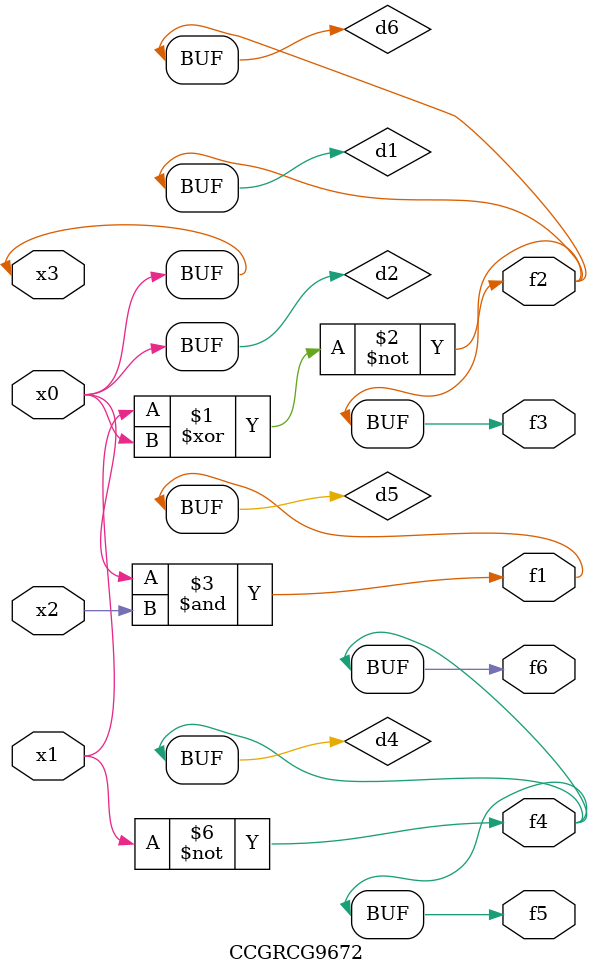
<source format=v>
module CCGRCG9672(
	input x0, x1, x2, x3,
	output f1, f2, f3, f4, f5, f6
);

	wire d1, d2, d3, d4, d5, d6;

	xnor (d1, x1, x3);
	buf (d2, x0, x3);
	nand (d3, x0, x2);
	not (d4, x1);
	nand (d5, d3);
	or (d6, d1);
	assign f1 = d5;
	assign f2 = d6;
	assign f3 = d6;
	assign f4 = d4;
	assign f5 = d4;
	assign f6 = d4;
endmodule

</source>
